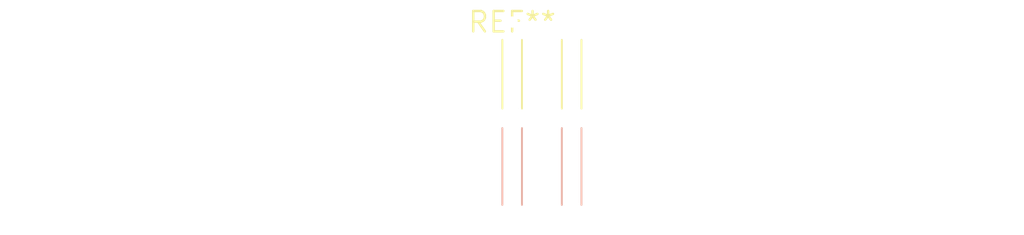
<source format=kicad_pcb>
(kicad_pcb (version 20240108) (generator pcbnew)
  (layers (0 "F.Cu" signal) (31 "B.Cu" signal) (34 "B.Paste" user) (35 "F.Paste" user) (36 "B.SilkS" user "B.Silkscreen") (37 "F.SilkS" user "F.Silkscreen") (38 "B.Mask" user) (39 "F.Mask" user) (44 "Edge.Cuts" user))
  (net 0 "")
  (footprint "SolderWire-0.127sqmm_1x02_P3.7mm_D0.48mm_OD1mm_Relief2x" (layer "F.Cu") (at 0 0)
    (property "Reference" "REF**")
    (property "Value" "SolderWire-0.127sqmm_1x02_P3.7mm_D0.48mm_OD1mm_Relief2x")
    (fp_line (start -0.61 6.61) (end -0.61 11.39) (layer "B.SilkS") (stroke (width 0.12)))
    (fp_line (start 0.61 6.61) (end 0.61 11.39) (layer "B.SilkS") (stroke (width 0.12)))
    (fp_line (start 3.09 6.61) (end 3.09 11.39) (layer "B.SilkS") (stroke (width 0.12)))
    (fp_line (start 4.31 6.61) (end 4.31 11.39) (layer "B.SilkS") (stroke (width 0.12)))
    (fp_line (start -0.61 1.11) (end -0.61 5.39) (layer "F.SilkS") (stroke (width 0.12)))
    (fp_line (start 0.61 1.11) (end 0.61 5.39) (layer "F.SilkS") (stroke (width 0.12)))
    (fp_line (start 3.09 1.11) (end 3.09 5.39) (layer "F.SilkS") (stroke (width 0.12)))
    (fp_line (start 4.31 1.11) (end 4.31 5.39) (layer "F.SilkS") (stroke (width 0.12)))
    (pad "" np_thru_hole circle (at 0 6) (size 1.5 1.5) (drill 1.5) (layers *.Cu *.Mask))
    (pad "" np_thru_hole circle (at 0 12) (size 1.5 1.5) (drill 1.5) (layers *.Cu *.Mask))
    (pad "" np_thru_hole circle (at 3.7 6) (size 1.5 1.5) (drill 1.5) (layers *.Cu *.Mask))
    (pad "" np_thru_hole circle (at 3.7 12) (size 1.5 1.5) (drill 1.5) (layers *.Cu *.Mask))
    (pad "1" thru_hole roundrect (at 0 0) (size 1.7 1.7) (drill 0.7) (layers *.Cu *.Mask) (remove_unused_layers) (roundrect_rratio 0.147059))
    (pad "2" thru_hole circle (at 3.7 0) (size 1.7 1.7) (drill 0.7) (layers *.Cu *.Mask) (remove_unused_layers))
  )
)
</source>
